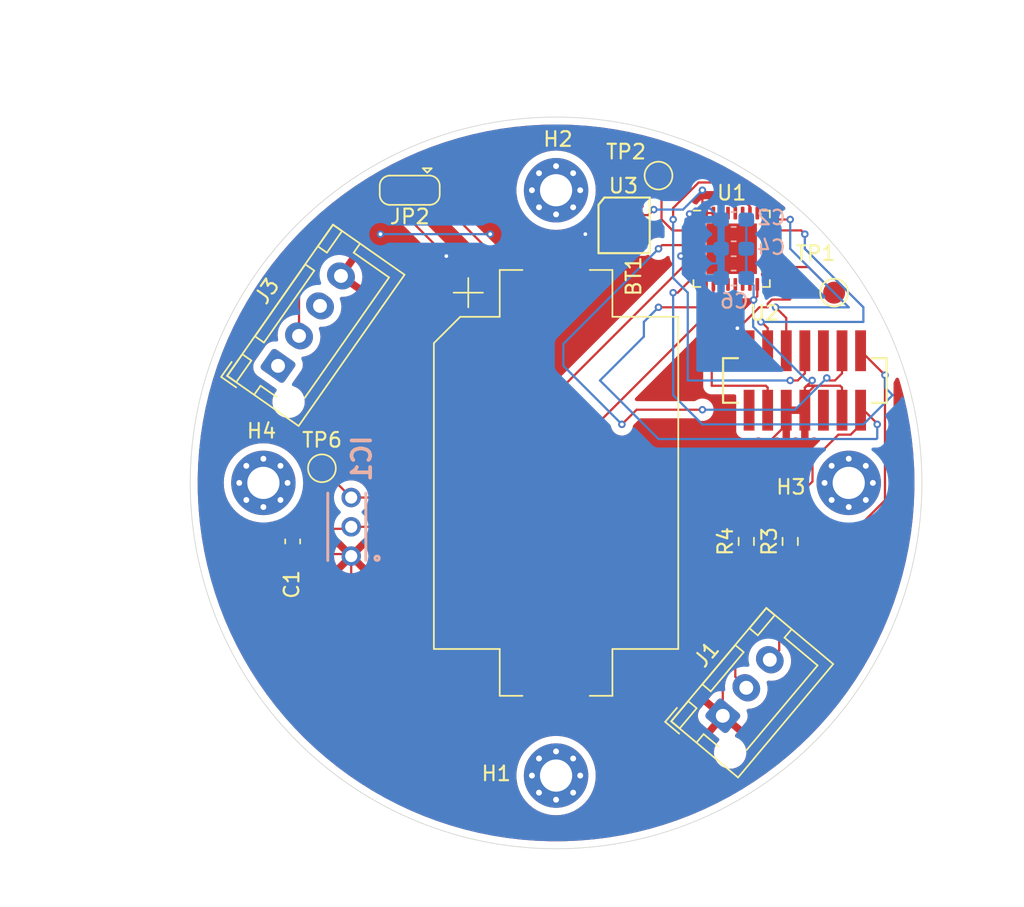
<source format=kicad_pcb>
(kicad_pcb (version 20211014) (generator pcbnew)
  (layers (0 "F.Cu" signal) (31 "B.Cu" signal) (34 "B.Paste" user) (35 "F.Paste" user) (36 "B.SilkS" user "B.Silkscreen") (37 "F.SilkS" user "F.Silkscreen") (38 "B.Mask" user) (39 "F.Mask" user) (44 "Edge.Cuts" user))
  (net 0 "")
  (net 1 "GND")
  (net 2 "Net-(BT1-Pad1)")
  (net 3 "VDD")
  (net 4 "/sensor_pwr")
  (net 5 "/tsl237_freq")
  (net 6 "Net-(J1-Pad2)")
  (net 7 "Net-(J1-Pad3)")
  (net 9 "Net-(J3-Pad2)")
  (net 11 "/TX")
  (net 12 "/RX")
  (net 13 "/CLKOUT")
  (net 14 "/oscillator")
  (net 16 "/NRST")
  (net 27 "/SWDIO")
  (net 28 "/SWDCLK")
  (net 30 "/SWO")
  (footprint "Battery:BatteryHolder_Keystone_1060_1x2032" (layer "F.Cu") (at 125 105 -90)
    (fp_text reference "BT1" (at -14.125 -5.3 90) (layer "F.SilkS"))
    (fp_text value "Battery_Cell")
    (fp_line (start 14.55 -3.85) (end 14.55 -2.3) (layer "F.SilkS") (width 0.12))
    (fp_line (start 14.55 3.85) (end 14.55 2.3) (layer "F.SilkS") (width 0.12))
    (fp_line (start 11.35 -8.35) (end 11.35 -3.85) (layer "F.SilkS") (width 0.12))
    (fp_line (start -13 5) (end -13 7) (layer "F.SilkS") (width 0.12))
    (fp_line (start 11.35 8.35) (end 11.35 3.85) (layer "F.SilkS") (width 0.12))
    (fp_line (start -9.55 8.35) (end -11.35 6.55) (layer "F.SilkS") (width 0.12))
    (fp_line (start -14.55 -3.85) (end -14.55 -2.3) (layer "F.SilkS") (width 0.12))
    (fp_line (start 11.35 -3.85) (end 14.55 -3.85) (layer "F.SilkS") (width 0.12))
    (fp_line (start -11.35 -8.35) (end 11.35 -8.35) (layer "F.SilkS") (width 0.12))
    (fp_line (start -11.35 -3.85) (end -14.55 -3.85) (layer "F.SilkS") (width 0.12))
    (fp_line (start -11.35 -8.35) (end -11.35 -3.85) (layer "F.SilkS") (width 0.12))
    (fp_line (start 11.35 8.35) (end -9.55 8.35) (layer "F.SilkS") (width 0.12))
    (fp_line (start 11.35 3.85) (end 14.55 3.85) (layer "F.SilkS") (width 0.12))
    (fp_line (start -14.55 3.85) (end -14.55 2.3) (layer "F.SilkS") (width 0.12))
    (fp_line (start -12 6) (end -14 6) (layer "F.SilkS") (width 0.12))
    (fp_line (start -11.35 6.55) (end -11.35 3.85) (layer "F.SilkS") (width 0.12))
    (fp_line (start -11.35 3.85) (end -14.55 3.85) (layer "F.SilkS") (width 0.12))
    (pad "1" smd rect locked (at -14.65 0 90) (size 2.6 3.6) (layers "F.Cu" "F.Paste" "F.Mask") (net 2 "Net-(BT1-Pad1)"))
    (pad "2" smd rect locked (at 14.65 0 90) (size 2.6 3.6) (layers "F.Cu" "F.Paste" "F.Mask") (net 1 "GND"))
  )
  (footprint "Capacitor_SMD:C_0603_1608Metric_Pad1.08x0.95mm_HandSolder" (layer "F.Cu") (at 107 109 -90)
    (fp_text reference "C1" (at 2.94 0.07 90) (layer "F.SilkS"))
    (fp_text value "1uF")
    (fp_line (start -0.146267 0.51) (end 0.146267 0.51) (layer "F.SilkS") (width 0.12))
    (fp_line (start -0.146267 -0.51) (end 0.146267 -0.51) (layer "F.SilkS") (width 0.12))
    (pad "1" smd roundrect locked (at -0.8625 0 270) (size 1.075 0.95) (layers "F.Cu" "F.Paste" "F.Mask") (net 4 "/sensor_pwr"))
    (pad "2" smd roundrect locked (at 0.8625 0 270) (size 1.075 0.95) (layers "F.Cu" "F.Paste" "F.Mask") (net 1 "GND"))
  )
  (footprint "MountingHole:MountingHole_2.2mm_M2_Pad_Via" (layer "F.Cu") (at 125 125)
    (fp_text reference "H1" (at -4.09 -0.14) (layer "F.SilkS"))
    (fp_text value "MountingHole")
    (pad "1" thru_hole circle locked (at 0 0) (size 4.4 4.4) (drill 2.2) (layers *.Cu *.Mask))
    (pad "1" thru_hole circle locked (at 1.166726 1.166726) (size 0.7 0.7) (drill 0.4) (layers *.Cu *.Mask))
    (pad "1" thru_hole circle locked (at 1.65 0) (size 0.7 0.7) (drill 0.4) (layers *.Cu *.Mask))
    (pad "1" thru_hole circle locked (at 0 1.65) (size 0.7 0.7) (drill 0.4) (layers *.Cu *.Mask))
    (pad "1" thru_hole circle locked (at 0 -1.65) (size 0.7 0.7) (drill 0.4) (layers *.Cu *.Mask))
    (pad "1" thru_hole circle locked (at -1.65 0) (size 0.7 0.7) (drill 0.4) (layers *.Cu *.Mask))
    (pad "1" thru_hole circle locked (at -1.166726 1.166726) (size 0.7 0.7) (drill 0.4) (layers *.Cu *.Mask))
    (pad "1" thru_hole circle locked (at -1.166726 -1.166726) (size 0.7 0.7) (drill 0.4) (layers *.Cu *.Mask))
    (pad "1" thru_hole circle locked (at 1.166726 -1.166726) (size 0.7 0.7) (drill 0.4) (layers *.Cu *.Mask))
  )
  (footprint "MountingHole:MountingHole_2.2mm_M2_Pad_Via" (layer "F.Cu") (at 125 85)
    (fp_text reference "H2" (at 0.13 -3.49) (layer "F.SilkS"))
    (fp_text value "MountingHole")
    (pad "1" thru_hole circle locked (at 0 1.65) (size 0.7 0.7) (drill 0.4) (layers *.Cu *.Mask))
    (pad "1" thru_hole circle locked (at -1.166726 1.166726) (size 0.7 0.7) (drill 0.4) (layers *.Cu *.Mask))
    (pad "1" thru_hole circle locked (at 0 0) (size 4.4 4.4) (drill 2.2) (layers *.Cu *.Mask))
    (pad "1" thru_hole circle locked (at 0 -1.65) (size 0.7 0.7) (drill 0.4) (layers *.Cu *.Mask))
    (pad "1" thru_hole circle locked (at 1.65 0) (size 0.7 0.7) (drill 0.4) (layers *.Cu *.Mask))
    (pad "1" thru_hole circle locked (at -1.166726 -1.166726) (size 0.7 0.7) (drill 0.4) (layers *.Cu *.Mask))
    (pad "1" thru_hole circle locked (at -1.65 0) (size 0.7 0.7) (drill 0.4) (layers *.Cu *.Mask))
    (pad "1" thru_hole circle locked (at 1.166726 1.166726) (size 0.7 0.7) (drill 0.4) (layers *.Cu *.Mask))
    (pad "1" thru_hole circle locked (at 1.166726 -1.166726) (size 0.7 0.7) (drill 0.4) (layers *.Cu *.Mask))
  )
  (footprint "MountingHole:MountingHole_2.2mm_M2_Pad_Via" (layer "F.Cu") (at 145 105)
    (fp_text reference "H3" (at -3.95 0.28) (layer "F.SilkS"))
    (fp_text value "MountingHole")
    (pad "1" thru_hole circle locked (at 1.166726 1.166726) (size 0.7 0.7) (drill 0.4) (layers *.Cu *.Mask))
    (pad "1" thru_hole circle locked (at 0 0) (size 4.4 4.4) (drill 2.2) (layers *.Cu *.Mask))
    (pad "1" thru_hole circle locked (at 0 -1.65) (size 0.7 0.7) (drill 0.4) (layers *.Cu *.Mask))
    (pad "1" thru_hole circle locked (at -1.166726 1.166726) (size 0.7 0.7) (drill 0.4) (layers *.Cu *.Mask))
    (pad "1" thru_hole circle locked (at 1.65 0) (size 0.7 0.7) (drill 0.4) (layers *.Cu *.Mask))
    (pad "1" thru_hole circle locked (at 1.166726 -1.166726) (size 0.7 0.7) (drill 0.4) (layers *.Cu *.Mask))
    (pad "1" thru_hole circle locked (at -1.166726 -1.166726) (size 0.7 0.7) (drill 0.4) (layers *.Cu *.Mask))
    (pad "1" thru_hole circle locked (at -1.65 0) (size 0.7 0.7) (drill 0.4) (layers *.Cu *.Mask))
    (pad "1" thru_hole circle locked (at 0 1.65) (size 0.7 0.7) (drill 0.4) (layers *.Cu *.Mask))
  )
  (footprint "MountingHole:MountingHole_2.2mm_M2_Pad_Via" (layer "F.Cu") (at 105 105)
    (fp_text reference "H4" (at -0.13 -3.55) (layer "F.SilkS"))
    (fp_text value "MountingHole")
    (pad "1" thru_hole circle locked (at 1.65 0) (size 0.7 0.7) (drill 0.4) (layers *.Cu *.Mask))
    (pad "1" thru_hole circle locked (at -1.166726 1.166726) (size 0.7 0.7) (drill 0.4) (layers *.Cu *.Mask))
    (pad "1" thru_hole circle locked (at 1.166726 1.166726) (size 0.7 0.7) (drill 0.4) (layers *.Cu *.Mask))
    (pad "1" thru_hole circle locked (at 0 -1.65) (size 0.7 0.7) (drill 0.4) (layers *.Cu *.Mask))
    (pad "1" thru_hole circle locked (at -1.65 0) (size 0.7 0.7) (drill 0.4) (layers *.Cu *.Mask))
    (pad "1" thru_hole circle locked (at 0 1.65) (size 0.7 0.7) (drill 0.4) (layers *.Cu *.Mask))
    (pad "1" thru_hole circle locked (at -1.166726 -1.166726) (size 0.7 0.7) (drill 0.4) (layers *.Cu *.Mask))
    (pad "1" thru_hole circle locked (at 0 0) (size 4.4 4.4) (drill 2.2) (layers *.Cu *.Mask))
    (pad "1" thru_hole circle locked (at 1.166726 -1.166726) (size 0.7 0.7) (drill 0.4) (layers *.Cu *.Mask))
  )
  (footprint "Connector_JST:JST_XH_B3B-XH-AM_1x03_P2.50mm_Vertical" (layer "F.Cu") (at 136.393031 120.915111 50)
    (fp_text reference "J1" (at 2.5 -3.55 50) (layer "F.SilkS"))
    (fp_text value "Conn_01x03")
    (fp_line (start -2.56 -2.46) (end -2.56 3.51) (layer "F.SilkS") (width 0.12))
    (fp_line (start 6.8 -0.2) (end 6.8 2.75) (layer "F.SilkS") (width 0.12))
    (fp_line (start 7.55 -0.2) (end 6.8 -0.2) (layer "F.SilkS") (width 0.12))
    (fp_line (start 2.5 2.75) (end -0.74 2.75) (layer "F.SilkS") (width 0.12))
    (fp_line (start -0.75 -2.45) (end -2.55 -2.45) (layer "F.SilkS") (width 0.12))
    (fp_line (start 7.56 -2.46) (end -2.56 -2.46) (layer "F.SilkS") (width 0.12))
    (fp_line (start 4.25 -2.45) (end 0.75 -2.45) (layer "F.SilkS") (width 0.12))
    (fp_line (start -2.56 3.51) (end 7.56 3.51) (layer "F.SilkS") (width 0.12))
    (fp_line (start 5.75 -1.7) (end 7.55 -1.7) (layer "F.SilkS") (width 0.12))
    (fp_line (start 5.75 -2.45) (end 5.75 -1.7) (layer "F.SilkS") (width 0.12))
    (fp_line (start 4.25 -1.7) (end 4.25 -2.45) (layer "F.SilkS") (width 0.12))
    (fp_line (start -0.75 -1.7) (end -0.75 -2.45) (layer "F.SilkS") (width 0.12))
    (fp_line (start -1.6 -2.75) (end -2.85 -2.75) (layer "F.SilkS") (width 0.12))
    (fp_line (start 7.55 -2.45) (end 5.75 -2.45) (layer "F.SilkS") (width 0.12))
    (fp_line (start 7.56 3.51) (end 7.56 -2.46) (layer "F.SilkS") (width 0.12))
    (fp_line (start 7.55 -1.7) (end 7.55 -2.45) (layer "F.SilkS") (width 0.12))
    (fp_line (start 0.75 -1.7) (end 4.25 -1.7) (layer "F.SilkS") (width 0.12))
    (fp_line (start -2.55 -0.2) (end -1.8 -0.2) (layer "F.SilkS") (width 0.12))
    (fp_line (start -2.55 -1.7) (end -0.75 -1.7) (layer "F.SilkS") (width 0.12))
    (fp_line (start -2.85 -2.75) (end -2.85 -1.5) (layer "F.SilkS") (width 0.12))
    (fp_line (start -1.8 -0.2) (end -1.8 1.14) (layer "F.SilkS") (width 0.12))
    (fp_line (start -2.55 -2.45) (end -2.55 -1.7) (layer "F.SilkS") (width 0.12))
    (fp_line (start 6.8 2.75) (end 2.5 2.75) (layer "F.SilkS") (width 0.12))
    (fp_line (start 0.75 -2.45) (end 0.75 -1.7) (layer "F.SilkS") (width 0.12))
    (pad "" np_thru_hole circle locked (at -1.6 2 50) (size 1.2 1.2) (drill 1.2) (layers *.Cu *.Mask))
    (pad "1" thru_hole roundrect locked (at 0 0 50) (size 1.7 1.95) (drill 0.95) (layers *.Cu *.Mask) (roundrect_rratio 0.1470588235) (net 1 "GND"))
    (pad "2" thru_hole oval locked (at 2.5 0 50) (size 1.7 1.95) (drill 0.95) (layers *.Cu *.Mask) (net 6 "Net-(J1-Pad2)"))
    (pad "3" thru_hole oval locked (at 5 0 50) (size 1.7 1.95) (drill 0.95) (layers *.Cu *.Mask) (net 7 "Net-(J1-Pad3)"))
  )
  (footprint "Connector_JST:JST_XH_B4B-XH-AM_1x04_P2.50mm_Vertical" (layer "F.Cu") (at 106 97 55)
    (fp_text reference "J3" (at 3.75 -3.55 55) (layer "F.SilkS"))
    (fp_text value "Conn_01x04_Male")
    (fp_line (start 3.75 2.75) (end -0.74 2.75) (layer "F.SilkS") (width 0.12))
    (fp_line (start -2.55 -1.7) (end -0.75 -1.7) (layer "F.SilkS") (width 0.12))
    (fp_line (start 10.06 3.51) (end 10.06 -2.46) (layer "F.SilkS") (width 0.12))
    (fp_line (start 8.25 -1.7) (end 10.05 -1.7) (layer "F.SilkS") (width 0.12))
    (fp_line (start 10.05 -1.7) (end 10.05 -2.45) (layer "F.SilkS") (width 0.12))
    (fp_line (start -1.6 -2.75) (end -2.85 -2.75) (layer "F.SilkS") (width 0.12))
    (fp_line (start -2.55 -0.2) (end -1.8 -0.2) (layer "F.SilkS") (width 0.12))
    (fp_line (start -2.56 -2.46) (end -2.56 3.51) (layer "F.SilkS") (width 0.12))
    (fp_line (start 9.3 2.75) (end 3.75 2.75) (layer "F.SilkS") (width 0.12))
    (fp_line (start 10.05 -0.2) (end 9.3 -0.2) (layer "F.SilkS") (width 0.12))
    (fp_line (start -2.55 -2.45) (end -2.55 -1.7) (layer "F.SilkS") (width 0.12))
    (fp_line (start 6.75 -1.7) (end 6.75 -2.45) (layer "F.SilkS") (width 0.12))
    (fp_line (start -2.56 3.51) (end 10.06 3.51) (layer "F.SilkS") (width 0.12))
    (fp_line (start 10.06 -2.46) (end -2.56 -2.46) (layer "F.SilkS") (width 0.12))
    (fp_line (start -2.85 -2.75) (end -2.85 -1.5) (layer "F.SilkS") (width 0.12))
    (fp_line (start -0.75 -2.45) (end -2.55 -2.45) (layer "F.SilkS") (width 0.12))
    (fp_line (start 9.3 -0.2) (end 9.3 2.75) (layer "F.SilkS") (width 0.12))
    (fp_line (start 8.25 -2.45) (end 8.25 -1.7) (layer "F.SilkS") (width 0.12))
    (fp_line (start 10.05 -2.45) (end 8.25 -2.45) (layer "F.SilkS") (width 0.12))
    (fp_line (start -1.8 -0.2) (end -1.8 1.14) (layer "F.SilkS") (width 0.12))
    (fp_line (start 0.75 -2.45) (end 0.75 -1.7) (layer "F.SilkS") (width 0.12))
    (fp_line (start 0.75 -1.7) (end 6.75 -1.7) (layer "F.SilkS") (width 0.12))
    (fp_line (start -0.75 -1.7) (end -0.75 -2.45) (layer "F.SilkS") (width 0.12))
    (fp_line (start 6.75 -2.45) (end 0.75 -2.45) (layer "F.SilkS") (width 0.12))
    (pad "" np_thru_hole circle locked (at -1.6 2 55) (size 1.2 1.2) (drill 1.2) (layers *.Cu *.Mask))
    (pad "1" thru_hole roundrect locked (at 0 0 55) (size 1.7 1.95) (drill 0.95) (layers *.Cu *.Mask) (roundrect_rratio 0.1470588235))
    (pad "2" thru_hole oval locked (at 2.5 0 55) (size 1.7 1.95) (drill 0.95) (layers *.Cu *.Mask) (net 9 "Net-(J3-Pad2)"))
    (pad "3" thru_hole oval locked (at 5 0 55) (size 1.7 1.95) (drill 0.95) (layers *.Cu *.Mask))
    (pad "4" thru_hole oval locked (at 7.5 0 55) (size 1.7 1.95) (drill 0.95) (layers *.Cu *.Mask) (net 1 "GND"))
  )
  (footprint "Jumper:SolderJumper-3_P1.3mm_Open_RoundedPad1.0x1.5mm" (layer "F.Cu") (at 115 85 180)
    (fp_text reference "JP2" (at 0 -1.8) (layer "F.SilkS"))
    (fp_text value "Jumper_3_Open")
    (fp_line (start -2.05 0.3) (end -2.05 -0.3) (layer "F.SilkS") (width 0.12))
    (fp_line (start 2.05 -0.3) (end 2.05 0.3) (layer "F.SilkS") (width 0.12))
    (fp_line (start -1.5 1.5) (end -0.9 1.5) (layer "F.SilkS") (width 0.12))
    (fp_line (start -1.2 1.2) (end -1.5 1.5) (layer "F.SilkS") (width 0.12))
    (fp_line (start -1.2 1.2) (end -0.9 1.5) (layer "F.SilkS") (width 0.12))
    (fp_line (start 1.4 1) (end -1.4 1) (layer "F.SilkS") (width 0.12))
    (fp_line (start -1.4 -1) (end 1.4 -1) (layer "F.SilkS") (width 0.12))
    (fp_arc (start 2.05 0.3) (mid 1.844975 0.794975) (end 1.35 1) (layer "F.SilkS") (width 0.12))
    (fp_arc (start -2.05 -0.3) (mid -1.844975 -0.794975) (end -1.35 -1) (layer "F.SilkS") (width 0.12))
    (fp_arc (start 1.35 -1) (mid 1.844975 -0.794975) (end 2.05 -0.3) (layer "F.SilkS") (width 0.12))
    (fp_arc (start -1.35 1) (mid -1.844975 0.794975) (end -2.05 0.3) (layer "F.SilkS") (width 0.12))
    (pad "1" smd custom locked (at -1.3 0 180) (size 1 0.5) (layers "F.Cu" "F.Mask") (net 2 "Net-(BT1-Pad1)") (options (clearance outline) (anchor rect)) (primitives (gr_circle (center 0 0.25) (end 0.5 0.25) (width 0) (fill yes)) (gr_circle (center 0 -0.25) (end 0.5 -0.25) (width 0) (fill yes)) (gr_poly (pts (xy 0.55 -0.75) (xy 0 -0.75) (xy 0 0.75) (xy 0.55 0.75)) (width 0) (fill yes))))
    (pad "2" smd rect locked (at 0 0 180) (size 1 1.5) (layers "F.Cu" "F.Mask") (net 3 "VDD"))
    (pad "3" smd custom locked (at 1.3 0 180) (size 1 0.5) (layers "F.Cu" "F.Mask") (net 9 "Net-(J3-Pad2)") (options (clearance outline) (anchor rect)) (primitives (gr_circle (center 0 0.25) (end 0.5 0.25) (width 0) (fill yes)) (gr_circle (center 0 -0.25) (end 0.5 -0.25) (width 0) (fill yes)) (gr_poly (pts (xy -0.55 -0.75) (xy 0 -0.75) (xy 0 0.75) (xy -0.55 0.75)) (width 0) (fill yes))))
  )
  (footprint "Resistor_SMD:R_0603_1608Metric_Pad0.98x0.95mm_HandSolder" (layer "F.Cu") (at 141 109 90)
    (fp_text reference "R3" (at 0 -1.43 90) (layer "F.SilkS"))
    (fp_text value "200")
    (fp_line (start -0.254724 0.5225) (end 0.254724 0.5225) (layer "F.SilkS") (width 0.12))
    (fp_line (start -0.254724 -0.5225) (end 0.254724 -0.5225) (layer "F.SilkS") (width 0.12))
    (pad "1" smd roundrect locked (at -0.9125 0 90) (size 0.975 0.95) (layers "F.Cu" "F.Paste" "F.Mask") (net 11 "/TX"))
    (pad "2" smd roundrect locked (at 0.9125 0 90) (size 0.975 0.95) (layers "F.Cu" "F.Paste" "F.Mask") (net 7 "Net-(J1-Pad3)"))
  )
  (footprint "Resistor_SMD:R_0603_1608Metric_Pad0.98x0.95mm_HandSolder" (layer "F.Cu") (at 138 109 90)
    (fp_text reference "R4" (at 0 -1.43 90) (layer "F.SilkS"))
    (fp_text value "200")
    (fp_line (start -0.254724 -0.5225) (end 0.254724 -0.5225) (layer "F.SilkS") (width 0.12))
    (fp_line (start -0.254724 0.5225) (end 0.254724 0.5225) (layer "F.SilkS") (width 0.12))
    (pad "1" smd roundrect locked (at -0.9125 0 90) (size 0.975 0.95) (layers "F.Cu" "F.Paste" "F.Mask") (net 12 "/RX"))
    (pad "2" smd roundrect locked (at 0.9125 0 90) (size 0.975 0.95) (layers "F.Cu" "F.Paste" "F.Mask") (net 6 "Net-(J1-Pad2)"))
  )
  (footprint "TestPoint:TestPoint_Pad_D1.5mm" (layer "F.Cu") (at 144 92)
    (fp_text reference "TP1" (at -1.26 -2.69) (layer "F.SilkS"))
    (fp_text value "TestPoint")
    (fp_circle (center 0 0) (end 0 0.95) (layer "F.SilkS") (width 0.12) (fill none))
    (pad "1" smd circle locked (at 0 0) (size 1.5 1.5) (layers "F.Cu" "F.Mask") (net 13 "/CLKOUT"))
  )
  (footprint "TestPoint:TestPoint_Pad_D1.5mm" (layer "F.Cu") (at 132 84)
    (fp_text reference "TP2" (at -2.22 -1.63) (layer "F.SilkS"))
    (fp_text value "TestPoint")
    (fp_circle (center 0 0) (end 0 0.95) (layer "F.SilkS") (width 0.12) (fill none))
    (pad "1" smd circle locked (at 0 0) (size 1.5 1.5) (layers "F.Cu" "F.Mask") (net 14 "/oscillator"))
  )
  (footprint "TestPoint:TestPoint_Pad_D1.5mm" (layer "F.Cu") (at 109 104)
    (fp_text reference "TP6" (at 0.01 -1.93) (layer "F.SilkS"))
    (fp_text value "TestPoint")
    (fp_circle (center 0 0) (end 0 0.95) (layer "F.SilkS") (width 0.12) (fill none))
    (pad "1" smd circle locked (at 0 0) (size 1.5 1.5) (layers "F.Cu" "F.Mask") (net 5 "/tsl237_freq"))
  )
  (footprint "Package_DFN_QFN:QFN-32-1EP_5x5mm_P0.5mm_EP3.45x3.45mm" (layer "F.Cu") (at 137 89)
    (fp_text reference "U1" (at 0 -3.82) (layer "F.SilkS"))
    (fp_text value "STM32L432KCUx")
    (fp_line (start 2.61 -2.61) (end 2.61 -2.135) (layer "F.SilkS") (width 0.12))
    (fp_line (start 2.61 2.61) (end 2.61 2.135) (layer "F.SilkS") (width 0.12))
    (fp_line (start 2.135 -2.61) (end 2.61 -2.61) (layer "F.SilkS") (width 0.12))
    (fp_line (start -2.135 -2.61) (end -2.61 -2.61) (layer "F.SilkS") (width 0.12))
    (fp_line (start -2.61 2.61) (end -2.61 2.135) (layer "F.SilkS") (width 0.12))
    (fp_line (start -2.135 2.61) (end -2.61 2.61) (layer "F.SilkS") (width 0.12))
    (fp_line (start 2.135 2.61) (end 2.61 2.61) (layer "F.SilkS") (width 0.12))
    (pad "1" smd roundrect locked (at -2.4375 -1.75) (size 0.875 0.25) (layers "F.Cu" "F.Paste" "F.Mask") (net 3 "VDD"))
    (pad "2" smd roundrect locked (at -2.4375 -1.25) (size 0.875 0.25) (layers "F.Cu" "F.Paste" "F.Mask") (net 14 "/oscillator"))
    (pad "3" smd roundrect locked (at -2.4375 -0.75) (size 0.875 0.25) (layers "F.Cu" "F.Paste" "F.Mask"))
    (pad "4" smd roundrect locked (at -2.4375 -0.25) (size 0.875 0.25) (layers "F.Cu" "F.Paste" "F.Mask") (net 16 "/NRST"))
    (pad "5" smd roundrect locked (at -2.4375 0.25) (size 0.875 0.25) (layers "F.Cu" "F.Paste" "F.Mask") (net 3 "VDD"))
    (pad "6" smd roundrect locked (at -2.4375 0.75) (size 0.875 0.25) (layers "F.Cu" "F.Paste" "F.Mask") (net 5 "/tsl237_freq"))
    (pad "7" smd roundrect locked (at -2.4375 1.25) (size 0.875 0.25) (layers "F.Cu" "F.Paste" "F.Mask"))
    (pad "8" smd roundrect locked (at -2.4375 1.75) (size 0.875 0.25) (layers "F.Cu" "F.Paste" "F.Mask") (net 11 "/TX"))
    (pad "9" smd roundrect locked (at -1.75 2.4375) (size 0.25 0.875) (layers "F.Cu" "F.Paste" "F.Mask") (net 12 "/RX"))
    (pad "10" smd roundrect locked (at -1.25 2.4375) (size 0.25 0.875) (layers "F.Cu" "F.Paste" "F.Mask") (net 4 "/sensor_pwr"))
    (pad "11" smd roundrect locked (at -0.75 2.4375) (size 0.25 0.875) (layers "F.Cu" "F.Paste" "F.Mask"))
    (pad "12" smd roundrect locked (at -0.25 2.4375) (size 0.25 0.875) (layers "F.Cu" "F.Paste" "F.Mask"))
    (pad "13" smd roundrect locked (at 0.25 2.4375) (size 0.25 0.875) (layers "F.Cu" "F.Paste" "F.Mask"))
    (pad "14" smd roundrect locked (at 0.75 2.4375) (size 0.25 0.875) (layers "F.Cu" "F.Paste" "F.Mask"))
    (pad "15" smd roundrect locked (at 1.25 2.4375) (size 0.25 0.875) (layers "F.Cu" "F.Paste" "F.Mask"))
    (pad "16" smd roundrect locked (at 1.75 2.4375) (size 0.25 0.875) (layers "F.Cu" "F.Paste" "F.Mask") (net 1 "GND"))
    (pad "17" smd roundrect locked (at 2.4375 1.75) (size 0.875 0.25) (layers "F.Cu" "F.Paste" "F.Mask") (net 3 "VDD"))
    (pad "18" smd roundrect locked (at 2.4375 1.25) (size 0.875 0.25) (layers "F.Cu" "F.Paste" "F.Mask") (net 13 "/CLKOUT"))
    (pad "19" smd roundrect locked (at 2.4375 0.75) (size 0.875 0.25) (layers "F.Cu" "F.Paste" "F.Mask"))
    (pad "20" smd roundrect locked (at 2.4375 0.25) (size 0.875 0.25) (layers "F.Cu" "F.Paste" "F.Mask"))
    (pad "21" smd roundrect locked (at 2.4375 -0.25) (size 0.875 0.25) (layers "F.Cu" "F.Paste" "F.Mask"))
    (pad "22" smd roundrect locked (at 2.4375 -0.75) (size 0.875 0.25) (layers "F.Cu" "F.Paste" "F.Mask"))
    (pad "23" smd roundrect locked (at 2.4375 -1.25) (size 0.875 0.25) (layers "F.Cu" "F.Paste" "F.Mask") (net 27 "/SWDIO"))
    (pad "24" smd roundrect locked (at 2.4375 -1.75) (size 0.875 0.25) (layers "F.Cu" "F.Paste" "F.Mask") (net 28 "/SWDCLK"))
    (pad "25" smd roundrect locked (at 1.75 -2.4375) (size 0.25 0.875) (layers "F.Cu" "F.Paste" "F.Mask"))
    (pad "26" smd roundrect locked (at 1.25 -2.4375) (size 0.25 0.875) (layers "F.Cu" "F.Paste" "F.Mask") (net 30 "/SWO"))
    (pad "27" smd roundrect locked (at 0.75 -2.4375) (size 0.25 0.875) (layers "F.Cu" "F.Paste" "F.Mask"))
    (pad "28" smd roundrect locked (at 0.25 -2.4375) (size 0.25 0.875) (layers "F.Cu" "F.Paste" "F.Mask"))
    (pad "29" smd roundrect locked (at -0.25 -2.4375) (size 0.25 0.875) (layers "F.Cu" "F.Paste" "F.Mask"))
    (pad "30" smd roundrect locked (at -0.75 -2.4375) (size 0.25 0.875) (layers "F.Cu" "F.Paste" "F.Mask"))
    (pad "31" smd roundrect locked (at -1.25 -2.4375) (size 0.25 0.875) (layers "F.Cu" "F.Paste" "F.Mask") (net 1 "GND"))
    (pad "32" smd roundrect locked (at -1.75 -2.4375) (size 0.25 0.875) (layers "F.Cu" "F.Paste" "F.Mask") (net 1 "GND"))
    (pad "33" smd rect locked (at 0 0) (size 3.45 3.45) (layers "F.Cu" "F.Mask") (net 1 "GND"))
  )
  (footprint "e314:ftsh_14p_connector" (layer "F.Cu") (at 142 98)
    (fp_text reference "U2" (at -2.75844 -4.60756) (layer "F.SilkS"))
    (fp_text value "STDC14")
    (fp_line (start 4.572 -1.524) (end 5.588 -1.524) (layer "F.SilkS") (width 0.15))
    (fp_line (start -5.588 1.524) (end -4.572 1.524) (layer "F.SilkS") (width 0.15))
    (fp_line (start 5.588 -1.524) (end 5.588 1.524) (layer "F.SilkS") (width 0.15))
    (fp_line (start -4.572 -1.524) (end -5.588 -1.524) (layer "F.SilkS") (width 0.15))
    (fp_line (start -5.588 -1.524) (end -5.588 1.524) (layer "F.SilkS") (width 0.15))
    (fp_line (start 5.588 1.524) (end 4.572 1.524) (layer "F.SilkS") (width 0.15))
    (pad "1" smd rect locked (at -3.81 2.032) (size 0.74 2.79) (layers "F.Cu" "F.Paste" "F.Mask"))
    (pad "2" smd rect locked (at -3.81 -2.032) (size 0.74 2.79) (layers "F.Cu" "F.Paste" "F.Mask"))
    (pad "3" smd rect locked (at -2.54 2.032) (size 0.74 2.79) (layers "F.Cu" "F.Paste" "F.Mask") (net 3 "VDD"))
    (pad "4" smd rect locked (at -2.54 -2.032) (size 0.74 2.79) (layers "F.Cu" "F.Paste" "F.Mask") (net 27 "/SWDIO"))
    (pad "5" smd rect locked (at -1.27 2.032) (size 0.74 2.79) (layers "F.Cu" "F.Paste" "F.Mask") (net 1 "GND"))
    (pad "6" smd rect locked (at -1.27 -2.032) (size 0.74 2.79) (layers "F.Cu" "F.Paste" "F.Mask") (net 28 "/SWDCLK"))
    (pad "7" smd rect locked (at 0 2.032) (size 0.74 2.79) (layers "F.Cu" "F.Paste" "F.Mask") (net 1 "GND"))
    (pad "8" smd rect locked (at 0 -2.032) (size 0.74 2.79) (layers "F.Cu" "F.Paste" "F.Mask") (net 30 "/SWO"))
    (pad "9" smd rect locked (at 1.27 2.032) (size 0.74 2.79) (layers "F.Cu" "F.Paste" "F.Mask"))
    (pad "10" smd rect locked (at 1.27 -2.032) (size 0.74 2.79) (layers "F.Cu" "F.Paste" "F.Mask"))
    (pad "11" smd rect locked (at 2.54 2.032) (size 0.74 2.79) (layers "F.Cu" "F.Paste" "F.Mask") (net 1 "GND"))
    (pad "12" smd rect locked (at 2.54 -2.032) (size 0.74 2.79) (layers "F.Cu" "F.Paste" "F.Mask") (net 16 "/NRST"))
    (pad "13" smd rect locked (at 3.81 2.032) (size 0.74 2.79) (layers "F.Cu" "F.Paste" "F.Mask") (net 12 "/RX"))
    (pad "14" smd rect locked (at 3.81 -2.032) (size 0.74 2.79) (layers "F.Cu" "F.Paste" "F.Mask") (net 11 "/TX"))
  )
  (footprint "e314:TG-3541CE" (layer "F.Cu") (at 131.5 84)
    (fp_text reference "U3" (at -1.9 0.7) (layer "F.SilkS"))
    (fp_text value "TG-3541CE")
    (fp_line (start -3.6 5.3) (end -3.6 2) (layer "F.SilkS") (width 0.15))
    (fp_line (start -3.2 1.5) (end -0.1 1.5) (layer "F.SilkS") (width 0.15))
    (fp_line (start -3.6 2) (end -3.2 1.5) (layer "F.SilkS") (width 0.15))
    (fp_line (start -0.1 5.3) (end -3.6 5.3) (layer "F.SilkS") (width 0.15))
    (fp_line (start -0.1 1.5) (end -0.1 5.3) (layer "F.SilkS") (width 0.15))
    (pad "1" smd rect locked (at -2.7 2) (size 0.9 0.35) (layers "F.Cu" "F.Paste" "F.Mask") (net 3 "VDD"))
    (pad "2" smd rect locked (at -2.7 2.7) (size 0.9 0.35) (layers "F.Cu" "F.Paste" "F.Mask") (net 3 "VDD"))
    (pad "3" smd rect locked (at -2.7 3.4) (size 0.9 0.35) (layers "F.Cu" "F.Paste" "F.Mask") (net 3 "VDD"))
    (pad "4" smd rect locked (at -2.7 4.1) (size 0.9 0.35) (layers "F.Cu" "F.Paste" "F.Mask") (net 14 "/oscillator"))
    (pad "5" smd rect locked (at -2.7 4.8) (size 0.9 0.35) (layers "F.Cu" "F.Paste" "F.Mask") (net 1 "GND"))
    (pad "6" smd rect locked (at -0.96 4.8) (size 0.9 0.35) (layers "F.Cu" "F.Paste" "F.Mask"))
    (pad "7" smd rect locked (at -0.96 4.1) (size 0.9 0.35) (layers "F.Cu" "F.Paste" "F.Mask") (net 1 "GND"))
    (pad "8" smd rect locked (at -0.96 3.4) (size 0.9 0.35) (layers "F.Cu" "F.Paste" "F.Mask") (net 1 "GND"))
    (pad "9" smd rect locked (at -0.96 2.7) (size 0.9 0.35) (layers "F.Cu" "F.Paste" "F.Mask") (net 1 "GND"))
    (pad "10" smd rect locked (at -0.96 2) (size 0.9 0.35) (layers "F.Cu" "F.Paste" "F.Mask"))
  )
  (footprint "Capacitor_SMD:C_0603_1608Metric_Pad1.08x0.95mm_HandSolder" (layer "B.Cu") (at 137.1375 87)
    (fp_text reference "C2" (at 2.5625 -0.132) (layer "B.SilkS") (effects (justify mirror)))
    (fp_text value "1uF")
    (fp_line (start -0.146267 -0.51) (end 0.146267 -0.51) (layer "B.SilkS") (width 0.12))
    (fp_line (start -0.146267 0.51) (end 0.146267 0.51) (layer "B.SilkS") (width 0.12))
    (pad "1" smd roundrect locked (at -0.8625 0) (size 1.075 0.95) (layers "B.Cu" "B.Paste" "B.Mask") (net 3 "VDD"))
    (pad "2" smd roundrect locked (at 0.8625 0) (size 1.075 0.95) (layers "B.Cu" "B.Paste" "B.Mask") (net 1 "GND"))
  )
  (footprint "Capacitor_SMD:C_0603_1608Metric_Pad1.08x0.95mm_HandSolder" (layer "B.Cu") (at 137.1375 89)
    (fp_text reference "C4" (at 2.5625 -0.1) (layer "B.SilkS") (effects (justify mirror)))
    (fp_text value "0.1uF")
    (fp_line (start -0.146267 -0.51) (end 0.146267 -0.51) (layer "B.SilkS") (width 0.12))
    (fp_line (start -0.146267 0.51) (end 0.146267 0.51) (layer "B.SilkS") (width 0.12))
    (pad "1" smd roundrect locked (at -0.8625 0) (size 1.075 0.95) (layers "B.Cu" "B.Paste" "B.Mask") (net 3 "VDD"))
    (pad "2" smd roundrect locked (at 0.8625 0) (size 1.075 0.95) (layers "B.Cu" "B.Paste" "B.Mask") (net 1 "GND"))
  )
  (footprint "Capacitor_SMD:C_0603_1608Metric_Pad1.08x0.95mm_HandSolder" (layer "B.Cu") (at 137.1375 91)
    (fp_text reference "C6" (at 0.0425 1.57) (layer "B.SilkS") (effects (justify mirror)))
    (fp_text value "0.1uF")
    (fp_line (start -0.146267 0.51) (end 0.146267 0.51) (layer "B.SilkS") (width 0.12))
    (fp_line (start -0.146267 -0.51) (end 0.146267 -0.51) (layer "B.SilkS") (width 0.12))
    (pad "1" smd roundrect locked (at -0.8625 0) (size 1.075 0.95) (layers "B.Cu" "B.Paste" "B.Mask") (net 3 "VDD"))
    (pad "2" smd roundrect locked (at 0.8625 0) (size 1.075 0.95) (layers "B.Cu" "B.Paste" "B.Mask") (net 1 "GND"))
  )
  (footprint "e314:TSL237S-LF" (layer "B.Cu") (at 111 108 90)
    (fp_text reference "IC1" (at 4.66 0.72 90) (layer "B.SilkS") (effects (font (size 1.27 1.27) (thickness 0.254)) (justify mirror)))
    (fp_text value "TSL237S-LF" hide)
    (fp_line (start 2.3 -1.6) (end -2.3 -1.6) (layer "B.SilkS") (width 0.2))
    (fp_line (start -2.3 1) (end 2.3 1) (layer "B.SilkS") (width 0.2))
    (fp_circle (center -2.149 1.77) (end -2.149 1.72313) (layer "B.SilkS") (width 0.2) (fill none))
    (pad "1" thru_hole circle locked (at -2 0 90) (size 1.33 1.33) (drill 0.83) (layers *.Cu *.Mask) (net 1 "GND"))
    (pad "2" thru_hole circle locked (at 0 0 90) (size 1.33 1.33) (drill 0.83) (layers *.Cu *.Mask) (net 4 "/sensor_pwr"))
    (pad "3" thru_hole circle locked (at 2 0 90) (size 1.33 1.33) (drill 0.83) (layers *.Cu *.Mask) (net 5 "/tsl237_freq"))
  )
  (gr_circle (center 125 105) (end 150 105) (layer "Edge.Cuts") (width 0.05) (fill none))
  (segment (start 142.679039 98.360799) (end 142 99.039838) (width 0.1524) (layer "F.Cu") (net 1))
  (segment (start 136.393031 105.361131) (end 140.73 101.024162) (width 0.1524) (layer "F.Cu") (net 1))
  (segment (start 140.73 101.024162) (end 140.73 100.032) (width 0.1524) (layer "F.Cu") (net 1))
  (segment (start 142 98.4846) (end 142.0154 98.4846) (width 0.1524) (layer "F.Cu") (net 1))
  (segment (start 138.75 92.25) (end 138.75 91.4375) (width 0.1524) (layer "F.Cu") (net 1))
  (segment (start 144.54 100.032) (end 144.54 98.4846) (width 0.1524) (layer "F.Cu") (net 1))
  (segment (start 130.54 88.1) (end 130.54 86.7) (width 0.1524) (layer "F.Cu") (net 1))
  (segment (start 142.123801 98.360799) (end 142 98.4846) (width 0.1524) (layer "F.Cu") (net 1))
  (segment (start 127.047162 88.8) (end 126.247162 88) (width 0.1524) (layer "F.Cu") (net 1))
  (segment (start 135.12792 119.65) (end 136.393031 120.915111) (width 0.1524) (layer "F.Cu") (net 1))
  (segment (start 135 85) (end 135 86.3125) (width 0.1524) (layer "F.Cu") (net 1))
  (segment (start 135.25 86.5625) (end 135.75 86.5625) (width 0.1524) (layer "F.Cu") (net 1))
  (segment (start 142.123801 98.360799) (end 142.679039 98.360799) (width 0.1524) (layer "F.Cu") (net 1))
  (segment (start 130.54 86.7) (end 131.3 86.7) (width 0.1524) (layer "F.Cu") (net 1))
  (segment (start 142.0154 98.4846) (end 142.5 98) (width 0.1524) (layer "F.Cu") (net 1))
  (segment (start 110.8625 109.8625) (end 111 110) (width 0.1524) (layer "F.Cu") (net 1))
  (segment (start 135.75 86.5625) (end 135.75 87.75) (width 0.1524) (layer "F.Cu") (net 1))
  (segment (start 111 119) (end 111.65 119.65) (width 0.1524) (layer "F.Cu") (net 1))
  (segment (start 128.8 88.8) (end 129.417838 88.8) (width 0.1524) (layer "F.Cu") (net 1))
  (segment (start 111.65 119.65) (end 125 119.65) (width 0.1524) (layer "F.Cu") (net 1))
  (segment (start 144.54 98.4846) (end 144.416199 98.360799) (width 0.1524) (layer "F.Cu") (net 1))
  (segment (start 130.117838 88.1) (end 130.54 88.1) (width 0.1524) (layer "F.Cu") (net 1))
  (segment (start 138.5 92.5) (end 138.75 92.25) (width 0.1524) (layer "F.Cu") (net 1))
  (segment (start 113 88) (end 110.301823 90.698177) (width 0.1524) (layer "F.Cu") (net 1))
  (segment (start 128.8 88.8) (end 127.047162 88.8) (width 0.1524) (layer "F.Cu") (net 1))
  (segment (start 142 98.4846) (end 142 100.032) (width 0.1524) (layer "F.Cu") (net 1))
  (segment (start 144.416199 98.360799) (end 142.123801 98.360799) (width 0.1524) (layer "F.Cu") (net 1))
  (segment (start 135.75 87.75) (end 137 89) (width 0.1524) (layer "F.Cu") (net 1))
  (segment (start 110.301823 90.698177) (end 110.301823 90.85636) (width 0.1524) (layer "F.Cu") (net 1))
  (segment (start 136.393031 120.915111) (end 136.393031 105.361131) (width 0.1524) (layer "F.Cu") (net 1))
  (segment (start 107 109.8625) (end 110.8625 109.8625) (width 0.1524) (layer "F.Cu") (net 1))
  (segment (start 111 110) (end 111 119) (width 0.1524) (layer "F.Cu") (net 1))
  (segment (start 129.417838 88.8) (end 130.117838 88.1) (width 0.1524) (layer "F.Cu") (net 1))
  (segment (start 135 86.3125) (end 135.25 86.5625) (width 0.1524) (layer "F.Cu") (net 1))
  (segment (start 142 100.032) (end 140.73 100.032) (width 0.1524) (layer "F.Cu") (net 1))
  (segment (start 126.247162 88) (end 120.5 88) (width 0.1524) (layer "F.Cu") (net 1))
  (segment (start 125 119.65) (end 135.12792 119.65) (width 0.1524) (layer "F.Cu") (net 1))
  (segment (start 131.3 86.7) (end 131.677096 86.322904) (width 0.1524) (layer "F.Cu") (net 1))
  (via (at 138.5 92.5) (size 0.508) (drill 0.254) (layers "F.Cu" "B.Cu") (net 1))
  (via (at 135 85) (size 0.508) (drill 0.254) (layers "F.Cu" "B.Cu") (net 1))
  (via (at 120.5 88) (size 0.508) (drill 0.254) (layers "F.Cu" "B.Cu") (net 1))
  (via (at 113 88) (size 0.508) (drill 0.254) (layers "F.Cu" "B.Cu") (net 1))
  (via (at 142.5 98) (size 0.508) (drill 0.254) (layers "F.Cu" "B.Cu") (net 1))
  (via (at 131.677096 86.322904) (size 0.508) (drill 0.254) (layers "F.Cu" "B.Cu") (net 1))
  (segment (start 138.5 93) (end 138.5 92.5) (width 0.1524) (layer "B.Cu") (net 1))
  (segment (start 142.14079 98) (end 138.469799 94.329009) (width 0.1524) (layer "B.Cu") (net 1))
  (segment (start 138 89) (end 138 90.538998) (width 0.1524) (layer "B.Cu") (net 1))
  (segment (start 138.469799 94.329009) (end 138.469799 93.030201) (width 0.1524) (layer "B.Cu") (net 1))
  (segment (start 138.5 91.5) (end 138 91) (width 0.1524) (layer "B.Cu") (net 1))
  (segment (start 138 91) (end 138 89.170347) (width 0.1524) (layer "B.Cu") (net 1))
  (segment (start 138.5 92.5) (end 138.5 91.5) (width 0.1524) (layer "B.Cu") (net 1))
  (segment (start 133.677096 86.322904) (end 135 85) (width 0.1524) (layer "B.Cu") (net 1))
  (segment (start 138 87) (end 138 91) (width 0.1524) (layer "B.Cu") (net 1))
  (segment (start 131.677096 86.322904) (end 133.677096 86.322904) (width 0.1524) (layer "B.Cu") (net 1))
  (segment (start 138.469799 93.030201) (end 138.5 93) (width 0.1524) (layer "B.Cu") (net 1))
  (segment (start 142.5 98) (end 142.14079 98) (width 0.1524) (layer "B.Cu") (net 1))
  (segment (start 120.5 88) (end 113 88) (width 0.1524) (layer "B.Cu") (net 1))
  (segment (start 122.002409 90.702409) (end 125.145973 90.702409) (width 0.1524) (layer "F.Cu") (net 2))
  (segment (start 125.145973 90.702409) (end 125.249191 90.599191) (width 0.1524) (layer "F.Cu") (net 2))
  (segment (start 116.3 85) (end 122.002409 90.702409) (width 0.1524) (layer "F.Cu") (net 2))
  (segment (start 133.7802 89.25) (end 133.5302 89.5) (width 0.1524) (layer "F.Cu") (net 3))
  (segment (start 115 85) (end 115 87) (width 0.1524) (layer "F.Cu") (net 3))
  (segment (start 138.895838 93) (end 139.469799 93) (width 0.1524) (layer "F.Cu") (net 3))
  (segment (start 134.5625 87.0625) (end 134.124909 86.624909) (width 0.1524) (layer "F.Cu") (net 3))
  (segment (start 141 90.60241) (end 141 90.7802) (width 0.1524) (layer "F.Cu") (net 3))
  (segment (start 127.6 87.4) (end 128.8 87.4) (width 0.1524) (layer "F.Cu") (net 3))
  (segment (start 135.639201 96.256637) (end 138.895838 93) (width 0.1524) (layer "F.Cu") (net 3))
  (segment (start 139.469799 92.745503) (end 139.745503 92.469799) (width 0.1524) (layer "F.Cu") (net 3))
  (segment (start 134.5625 87.25) (end 134.5625 87.0625) (width 0.1524) (layer "F.Cu") (net 3))
  (segment (start 139.336199 98.360799) (end 135.639201 98.360799) (width 0.1524) (layer "F.Cu") (net 3))
  (segment (start 127 88) (end 127.6 87.4) (width 0.1524) (layer "F.Cu") (net 3))
  (segment (start 139.469799 93) (end 139.469799 92.745503) (width 0.1524) (layer "F.Cu") (net 3))
  (segment (start 115 87) (end 117.5 89.5) (width 0.1524) (layer "F.Cu") (net 3))
  (segment (start 139.46 100.032) (end 139.46 98.4846) (width 0.1524) (layer "F.Cu") (net 3))
  (segment (start 141 90.60241) (end 140.85241 90.75) (width 0.1524) (layer "F.Cu") (net 3))
  (segment (start 140.85241 90.75) (end 139.4375 90.75) (width 0.1524) (layer "F.Cu") (net 3))
  (segment (start 140.969799 92.469799) (end 141 92.439598) (width 0.1524) (layer "F.Cu") (net 3))
  (segment (start 139.745503 92.469799) (end 140.969799 92.469799) (width 0.1524) (layer "F.Cu") (net 3))
  (segment (start 134.5625 89.25) (end 133.7802 89.25) (width 0.1524) (layer "F.Cu") (net 3))
  (segment (start 135.639201 98.360799) (end 135.639201 96.256637) (width 0.1524) (layer "F.Cu") (net 3))
  (segment (start 128.8 87.4) (end 128.8 86.7) (width 0.1524) (layer "F.Cu") (net 3))
  (segment (start 139.46 98.4846) (end 139.336199 98.360799) (width 0.1524) (layer "F.Cu") (net 3))
  (segment (start 141 92.439598) (end 141 90.60241) (width 0.1524) (layer "F.Cu") (net 3))
  (segment (start 128.8 86.7) (end 128.8 86) (width 0.1524) (layer "F.Cu") (net 3))
  (via (at 133.5302 89.5) (size 0.508) (drill 0.254) (layers "F.Cu" "B.Cu") (net 3))
  (via (at 134.124909 86.624909) (size 0.508) (drill 0.254) (layers "F.Cu" "B.Cu") (net 3))
  (via (at 127 88) (size 0.508) (drill 0.254) (layers "F.Cu" "B.Cu") (net 3))
  (via (at 117.5 89.5) (size 0.508) (drill 0.254) (layers "F.Cu" "B.Cu") (net 3))
  (via (at 137.389663 94.428336) (size 0.508) (drill 0.254) (layers "F.Cu" "B.Cu") (net 3))
  (segment (start 134.124909 86.624909) (end 134.501028 86.24879) (width 0.1524) (layer "B.Cu") (net 3))
  (segment (start 136.275 91) (end 136.275 93.275) (width 0.1524) (layer "B.Cu") (net 3))
  (segment (start 133.5302 89.5) (end 134.0302 90) (width 0.1524) (layer "B.Cu") (net 3))
  (segment (start 137.428336 94.428336) (end 137.389663 94.428336) (width 0.1524) (layer "B.Cu") (net 3))
  (segment (start 134.501028 86.24879) (end 135.52379 86.24879) (width 0.1524) (layer "B.Cu") (net 3))
  (segment (start 136 90) (end 136 89.275) (width 0.1524) (layer "B.Cu") (net 3))
  (segment (start 125.5 89.5) (end 127 88) (width 0.1524) (layer "B.Cu") (net 3))
  (segment (start 135.52379 86.24879) (end 136.275 87) (width 0.1524) (layer "B.Cu") (net 3))
  (segment (start 136.275 93.275) (end 137.428336 94.428336) (width 0.1524) (layer "B.Cu") (net 3))
  (segment (start 117.5 89.5) (end 125.5 89.5) (width 0.1524) (layer "B.Cu") (net 3))
  (segment (start 134.0302 90) (end 136 90) (width 0.1524) (layer "B.Cu") (net 3))
  (segment (start 136 89.275) (end 136.275 89) (width 0.1524) (layer "B.Cu") (net 3))
  (segment (start 107 108.1375) (end 110.8625 108.1375) (width 0.1524) (layer "F.Cu") (net 4))
  (segment (start 111 108) (end 120.784698 108) (width 0.1524) (layer "F.Cu") (net 4))
  (segment (start 135.75 93.034698) (end 135.75 91.4375) (width 0.1524) (layer "F.Cu") (net 4))
  (segment (start 120.784698 108) (end 135.75 93.034698) (width 0.1524) (layer "F.Cu") (net 4))
  (segment (start 110.8625 108.1375) (end 111 108) (width 0.1524) (layer "F.Cu") (net 4))
  (segment (start 117.89599 106) (end 134.14599 89.75) (width 0.1524) (layer "F.Cu") (net 5))
  (segment (start 109 104) (end 111 106) (width 0.1524) (layer "F.Cu") (net 5))
  (segment (start 111 106) (end 117.89599 106) (width 0.1524) (layer "F.Cu") (net 5))
  (segment (start 134.14599 89.75) (end 134.5625 89.75) (width 0.1524) (layer "F.Cu") (net 5))
  (segment (start 138 108.0875) (end 137.24879 108.83871) (width 0.1524) (layer "F.Cu") (net 6))
  (segment (start 137.24879 108.83871) (end 137.24879 118.24879) (width 0.1524) (layer "F.Cu") (net 6))
  (segment (start 137.24879 118.24879) (end 138 119) (width 0.1524) (layer "F.Cu") (net 6))
  (segment (start 140.24879 116.443068) (end 139.606969 117.084889) (width 0.1524) (layer "F.Cu") (net 7))
  (segment (start 140.24879 108.83871) (end 140.24879 116.443068) (width 0.1524) (layer "F.Cu") (net 7))
  (segment (start 141 108.0875) (end 140.24879 108.83871) (width 0.1524) (layer "F.Cu") (net 7))
  (segment (start 107.433941 91.266059) (end 113.7 85) (width 0.1524) (layer "F.Cu") (net 9))
  (segment (start 107.433941 94.95212) (end 107.433941 91.266059) (width 0.1524) (layer "F.Cu") (net 9))
  (segment (start 133.3125 92) (end 133 92) (width 0.1524) (layer "F.Cu") (net 11))
  (segment (start 141 109.9125) (end 143.752278 109.9125) (width 0.1524) (layer "F.Cu") (net 11))
  (segment (start 147.476201 97.634201) (end 145.81 95.968) (width 0.1524) (layer "F.Cu") (net 11))
  (segment (start 134.5625 90.75) (end 133.3125 92) (width 0.1524) (layer "F.Cu") (net 11))
  (segment (start 147.476201 106.188577) (end 147.476201 97.634201) (width 0.1524) (layer "F.Cu") (net 11))
  (segment (start 143.752278 109.9125) (end 147.476201 106.188577) (width 0.1524) (layer "F.Cu") (net 11))
  (via (at 147.476201 97.634201) (size 0.508) (drill 0.254) (layers "F.Cu" "B.Cu") (net 11))
  (via (at 133 92) (size 0.508) (drill 0.254) (layers "F.Cu" "B.Cu") (net 11))
  (segment (start 147.476201 98.476201) (end 147.476201 97.634201) (width 0.1524) (layer "B.Cu") (net 11))
  (segment (start 135 101) (end 146 101) (width 0.1524) (layer "B.Cu") (net 11))
  (segment (start 133 92) (end 133 99) (width 0.1524) (layer "B.Cu") (net 11))
  (segment (start 146 101) (end 148 99) (width 0.1524) (layer "B.Cu") (net 11))
  (segment (start 133 99) (end 135 101) (width 0.1524) (layer "B.Cu") (net 11))
  (segment (start 148 99) (end 147.476201 98.476201) (width 0.1524) (layer "B.Cu") (net 11))
  (segment (start 138 109.425) (end 142.523799 104.901201) (width 0.1524) (layer "F.Cu") (net 12))
  (segment (start 147 101) (end 146.946001 101) (width 0.1524) (layer "F.Cu") (net 12))
  (segment (start 135.25 91.4375) (end 135.25 92.75) (width 0.1524) (layer "F.Cu") (net 12))
  (segment (start 135.25 92.75) (end 135 93) (width 0.1524) (layer "F.Cu") (net 12))
  (segment (start 138 109.9125) (end 138 109.425) (width 0.1524) (layer "F.Cu") (net 12))
  (segment (start 142.523799 103.476201) (end 144.296799 101.703201) (width 0.1524) (layer "F.Cu") (net 12))
  (segment (start 145.81 100.032) (end 146.032 100.032) (width 0.1524) (layer "F.Cu") (net 12))
  (segment (start 146.032 100.032) (end 147 101) (width 0.1524) (layer "F.Cu") (net 12))
  (segment (start 145.81 101.024162) (end 145.81 100.032) (width 0.1524) (layer "F.Cu") (net 12))
  (segment (start 145.130961 101.703201) (end 145.81 101.024162) (width 0.1524) (layer "F.Cu") (net 12))
  (segment (start 135 93) (end 132 93) (width 0.1524) (layer "F.Cu") (net 12))
  (segment (start 142.523799 104.901201) (end 142.523799 103.476201) (width 0.1524) (layer "F.Cu") (net 12))
  (segment (start 144.296799 101.703201) (end 145.130961 101.703201) (width 0.1524) (layer "F.Cu") (net 12))
  (via (at 146.946001 101) (size 0.508) (drill 0.254) (layers "F.Cu" "B.Cu") (net 12))
  (via (at 132 93) (size 0.508) (drill 0.254) (layers "F.Cu" "B.Cu") (net 12))
  (segment (start 131 95) (end 131 94) (width 0.1524) (layer "B.Cu") (net 12))
  (segment (start 146.892002 102) (end 132 102) (width 0.1524) (layer "B.Cu") (net 12))
  (segment (start 128 98) (end 131 95) (width 0.1524) (layer "B.Cu") (net 12))
  (segment (start 146.946001 101) (end 146.946001 101.946001) (width 0.1524) (layer "B.Cu") (net 12))
  (segment (start 131 94) (end 132 93) (width 0.1524) (layer "B.Cu") (net 12))
  (segment (start 132 102) (end 128 98) (width 0.1524) (layer "B.Cu") (net 12))
  (segment (start 146.946001 101.946001) (end 146.892002 102) (width 0.1524) (layer "B.Cu") (net 12))
  (segment (start 142.25 90.25) (end 139.4375 90.25) (width 0.1524) (layer "F.Cu") (net 13))
  (segment (start 144 92) (end 142.25 90.25) (width 0.1524) (layer "F.Cu") (net 13))
  (segment (start 132.207297 86.991995) (end 132.965302 87.75) (width 0.1524) (layer "F.Cu") (net 14))
  (segment (start 129.526201 84.026201) (end 129.552402 84) (width 0.1524) (layer "F.Cu") (net 14))
  (segment (start 128.8 88.1) (end 129.4024 88.1) (width 0.1524) (layer "F.Cu") (net 14))
  (segment (start 129.4024 88.1) (end 129.526201 87.976199) (width 0.1524) (layer "F.Cu") (net 14))
  (segment (start 132.207297 84.207297) (end 132.207297 86.991995) (width 0.1524) (layer "F.Cu") (net 14))
  (segment (start 129.552402 84) (end 132 84) (width 0.1524) (layer "F.Cu") (net 14))
  (segment (start 132 84) (end 132.207297 84.207297) (width 0.1524) (layer "F.Cu") (net 14))
  (segment (start 129.526201 87.976199) (end 129.526201 84.026201) (width 0.1524) (layer "F.Cu") (net 14))
  (segment (start 132.965302 87.75) (end 134.5625 87.75) (width 0.1524) (layer "F.Cu") (net 14))
  (segment (start 144.54 95.968) (end 144.54 97.5154) (width 0.1524) (layer "F.Cu") (net 16))
  (segment (start 134.5625 88.75) (end 132.25 88.75) (width 0.1524) (layer "F.Cu") (net 16))
  (segment (start 144.54 97.5154) (end 144.0554 98) (width 0.1524) (layer "F.Cu") (net 16))
  (segment (start 144.0554 98) (end 143.669401 98) (width 0.1524) (layer "F.Cu") (net 16))
  (segment (start 130.5 100) (end 129.5 101) (width 0.1524) (layer "F.Cu") (net 16))
  (segment (start 132.25 88.75) (end 132 89) (width 0.1524) (layer "F.Cu") (net 16))
  (segment (start 135 100) (end 130.5 100) (width 0.1524) (layer "F.Cu") (net 16))
  (segment (start 143.669401 98) (end 143.5 97.830599) (width 0.1524) (layer "F.Cu") (net 16))
  (via (at 129.5 101) (size 0.508) (drill 0.254) (layers "F.Cu" "B.Cu") (net 16))
  (via (at 135 100) (size 0.508) (drill 0.254) (layers "F.Cu" "B.Cu") (net 16))
  (via (at 143.5 97.830599) (size 0.508) (drill 0.254) (layers "F.Cu" "B.Cu") (net 16))
  (via (at 132 89) (size 0.508) (drill 0.254) (layers "F.Cu" "B.Cu") (net 16))
  (segment (start 132 89) (end 125.5 95.5) (width 0.1524) (layer "B.Cu") (net 16))
  (segment (start 125.5 97) (end 129.5 101) (width 0.1524) (layer "B.Cu") (net 16))
  (segment (start 141.330599 100) (end 135 100) (width 0.1524) (layer "B.Cu") (net 16))
  (segment (start 125.5 95.5) (end 125.5 97) (width 0.1524) (layer "B.Cu") (net 16))
  (segment (start 143.5 97.830599) (end 141.330599 100) (width 0.1524) (layer "B.Cu") (net 16))
  (segment (start 141.746001 87.746001) (end 139.441499 87.746001) (width 0.1524) (layer "F.Cu") (net 27))
  (segment (start 142 88) (end 141.746001 87.746001) (width 0.1524) (layer "F.Cu") (net 27))
  (segment (start 139.46 94.4206) (end 139.0394 94) (width 0.1524) (layer "F.Cu") (net 27))
  (segment (start 139.441499 87.746001) (end 139.4375 87.75) (width 0.1524) (layer "F.Cu") (net 27))
  (segment (start 139.46 95.968) (end 139.46 94.4206) (width 0.1524) (layer "F.Cu") (net 27))
  (segment (start 139.0394 94) (end 139 94) (width 0.1524) (layer "F.Cu") (net 27))
  (via (at 142 88) (size 0.508) (drill 0.254) (layers "F.Cu" "B.Cu") (net 27))
  (via (at 139 94) (size 0.508) (drill 0.254) (layers "F.Cu" "B.Cu") (net 27))
  (segment (start 146 93) (end 142 89) (width 0.1524) (layer "B.Cu") (net 27))
  (segment (start 142 89) (end 142 88) (width 0.1524) (layer "B.Cu") (net 27))
  (segment (start 146 94) (end 146 93) (width 0.1524) (layer "B.Cu") (net 27))
  (segment (start 139 94) (end 146 94) (width 0.1524) (layer "B.Cu") (net 27))
  (segment (start 139.6875 87) (end 139.4375 87.25) (width 0.1524) (layer "F.Cu") (net 28))
  (segment (start 140.73 93.73) (end 140 93) (width 0.1524) (layer "F.Cu") (net 28))
  (segment (start 141 87) (end 139.6875 87) (width 0.1524) (layer "F.Cu") (net 28))
  (segment (start 140.73 95.968) (end 140.73 93.73) (width 0.1524) (layer "F.Cu") (net 28))
  (via (at 140 93) (size 0.508) (drill 0.254) (layers "F.Cu" "B.Cu") (net 28))
  (via (at 141 87) (size 0.508) (drill 0.254) (layers "F.Cu" "B.Cu") (net 28))
  (segment (start 145 93) (end 141 89) (width 0.1524) (layer "B.Cu") (net 28))
  (segment (start 141 89) (end 141 87) (width 0.1524) (layer "B.Cu") (net 28))
  (segment (start 140 93) (end 145 93) (width 0.1524) (layer "B.Cu") (net 28))
  (segment (start 133 86.215302) (end 133 87) (width 0.1524) (layer "F.Cu") (net 30))
  (segment (start 141.5154 98) (end 141 98) (width 0.1524) (layer "F.Cu") (net 30))
  (segment (start 136.594799 84.469799) (end 134.745503 84.469799) (width 0.1524) (layer "F.Cu") (net 30))
  (segment (start 142 97.5154) (end 141.5154 98) (width 0.1524) (layer "F.Cu") (net 30))
  (segment (start 142 95.968) (end 142 97.5154) (width 0.1524) (layer "F.Cu") (net 30))
  (segment (start 138.25 86.5625) (end 138.25 86.125) (width 0.1524) (layer "F.Cu") (net 30))
  (segment (start 138.25 86.125) (end 136.594799 84.469799) (width 0.1524) (layer "F.Cu") (net 30))
  (segment (start 134.745503 84.469799) (end 133 86.215302) (width 0.1524) (layer "F.Cu") (net 30))
  (via (at 141 98) (size 0.508) (drill 0.254) (layers "F.Cu" "B.Cu") (net 30))
  (via (at 133 87) (size 0.508) (drill 0.254) (layers "F.Cu" "B.Cu") (net 30))
  (segment (start 133 91) (end 133 87) (width 0.1524) (layer "B.Cu") (net 30))
  (segment (start 141 98) (end 134 98) (width 0.1524) (layer "B.Cu") (net 30))
  (segment (start 134 92) (end 133 91) (width 0.1524) (layer "B.Cu") (net 30))
  (segment (start 134 98) (end 134 92) (width 0.1524) (layer "B.Cu") (net 30))
  (zone (net 1) (net_name "GND") (layer "F.Cu") (connect_pads (clearance 0.508)) (min_thickness 0.254) (fill yes (thermal_gap 0.508) (thermal_bridge_width 0.508))
    (polygon (pts (xy 153.5 77.5) (xy 154 131.5) (xy 91 131.5) (xy 94 76)))
  )
  (zone (net 3) (net_name "VDD") (layer "B.Cu") (connect_pads (clearance 0.508)) (min_thickness 0.254) (fill yes (thermal_gap 0.508) (thermal_bridge_width 0.508))
    (polygon (pts (xy 157 75) (xy 157 134) (xy 87 134) (xy 89 72)))
  )
)
</source>
